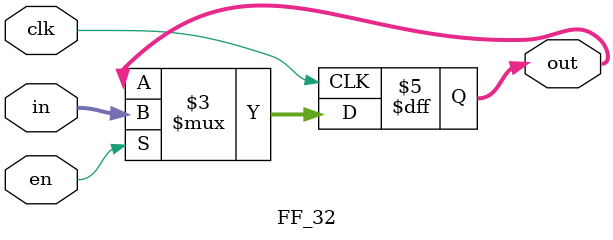
<source format=v>
`timescale 1ns / 1ps
module FF_32
(
	input[31:0] in,
	input en,
	output reg[31:0] out,
	input clk
);

always@(posedge clk)
begin
	if(en)
		out<=in;
	else
		out<=out;
end

endmodule

</source>
